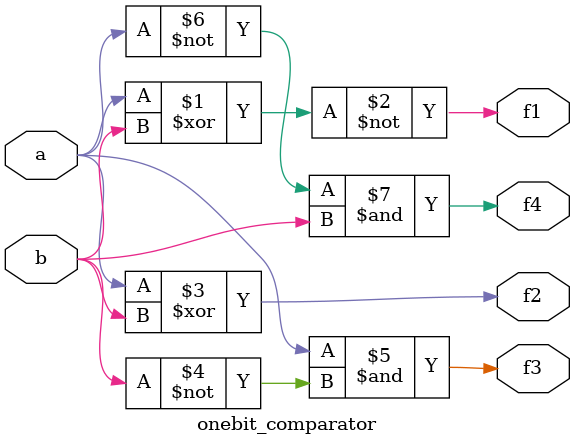
<source format=v>
`timescale 1ns / 1ps

//////////////////////////////////////////////////////////////////////////////////


module onebit_comparator(
input a,
input b,
output f1,
output f2,
output f3,
output f4
    );
    assign f1=~(a^b);
    assign f2=a^b;
    assign f3=a&(~b);
    assign f4=(~a)&b;
endmodule

</source>
